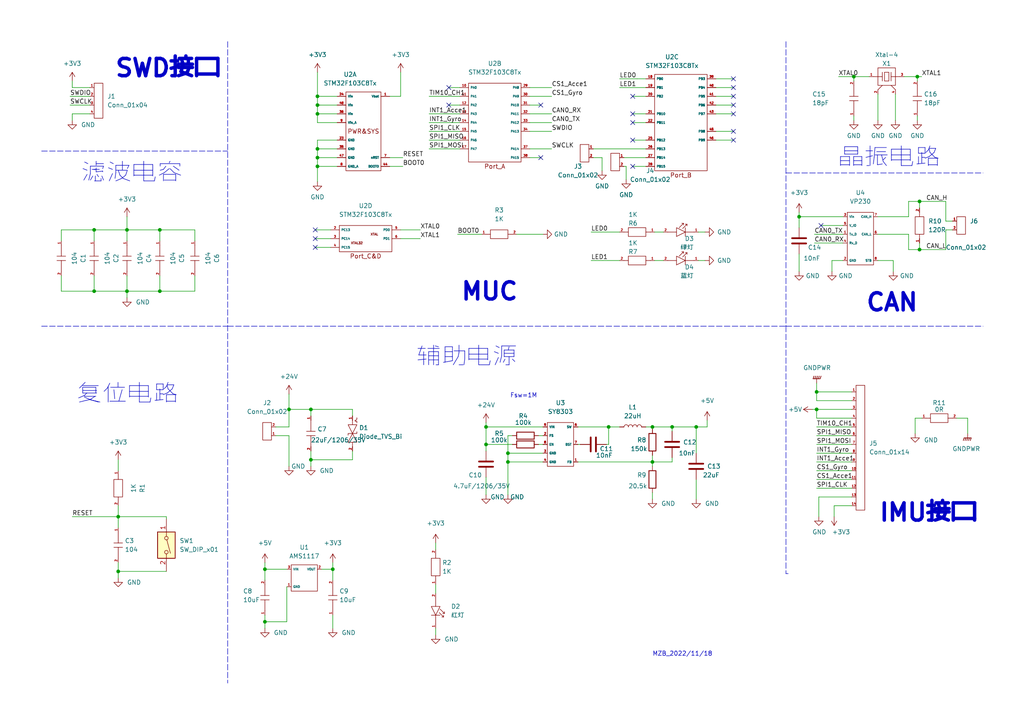
<source format=kicad_sch>
(kicad_sch (version 20211123) (generator eeschema)
  (paper "A4")
  (lib_symbols
    (symbol "Basic_crystal_and_oscillator:Xtal-4"
      (property "Reference" "X" (at 3.81 -3.81 0))
      (property "Value" "Xtal-4" (at 0 3.81 0))
      (symbol "Xtal-4_1_1"
        (pin passive line (at -5.08 0 0) (length 1.27) (name "") (number "1"))
        (pin passive line (at -2.54 -5.08 90) (length 1.27) (name "") (number "2"))
        (pin passive line (at 5.08 0 180) (length 1.27) (name "") (number "3"))
        (pin passive line (at 2.54 -5.08 90) (length 1.27) (name "") (number "4"))
      )
    )
    (symbol "Basic_passive_components:Capacitor" (pin_names (offset 1.016))
      (property "Reference" "C" (at -4.445 -2.54 0))
      (property "Value" "Capacitor" (at 0 2.54 0))
      (symbol "Capacitor_1_1"
        (pin passive line (at -5.08 0 0) (length 1.27) (name "~") (number "1"))
        (pin passive line (at 5.08 0 180) (length 1.27) (name "~") (number "2"))
      )
    )
    (symbol "Basic_passive_components:Resistor" (pin_names (offset 1.016))
      (property "Reference" "R" (at -4.445 -2.54 0))
      (property "Value" "Resistor" (at 0 2.54 0))
      (symbol "Resistor_1_1"
        (pin passive line (at -5.08 0 0) (length 1.27) (name "~") (number "1"))
        (pin passive line (at 5.08 0 180) (length 1.27) (name "~") (number "2"))
      )
    )
    (symbol "Basic_semiconductor:Diode_LED" (pin_names hide)
      (property "Reference" "D" (at -5.08 -2.54 0))
      (property "Value" "Diode_LED" (at 0 3.81 0))
      (symbol "Diode_LED_1_1"
        (pin passive line (at -5.08 0 0) (length 1.27) (name "Cathode") (number "1"))
        (pin passive line (at 5.08 0 180) (length 1.27) (name "Anode") (number "2"))
      )
    )
    (symbol "Basic_semiconductor:Diode_TVS_Bi" (pin_names (offset 1.016) hide)
      (property "Reference" "D" (at -4.445 -2.54 0))
      (property "Value" "Diode_TVS_Bi" (at 0 2.54 0))
      (symbol "Diode_TVS_Bi_1_1"
        (pin passive line (at -5.08 0 0) (length 1.27) (name "Cathode") (number "1"))
        (pin passive line (at 5.08 0 180) (length 1.27) (name "Anode") (number "2"))
      )
    )
    (symbol "Device:C" (pin_numbers hide) (pin_names (offset 0.254))
      (property "Reference" "C" (at 0.635 2.54 0))
      (property "Value" "C" (at 0.635 -2.54 0))
      (symbol "C_1_1"
        (pin passive line (at 0 3.81 270) (length 2.794) (name "~") (number "1"))
        (pin passive line (at 0 -3.81 90) (length 2.794) (name "~") (number "2"))
      )
    )
    (symbol "Device:L" (pin_numbers hide) (pin_names (offset 1.016) hide)
      (property "Reference" "L" (at -1.27 0 90))
      (property "Value" "L" (at 1.905 0 90))
      (symbol "L_1_1"
        (pin passive line (at 0 3.81 270) (length 1.27) (name "1") (number "1"))
        (pin passive line (at 0 -3.81 90) (length 1.27) (name "2") (number "2"))
      )
    )
    (symbol "Device:R" (pin_numbers hide) (pin_names (offset 0))
      (property "Reference" "R" (at 2.032 0 90))
      (property "Value" "R" (at 0 0 90))
      (symbol "R_1_1"
        (pin passive line (at 0 3.81 270) (length 1.27) (name "~") (number "1"))
        (pin passive line (at 0 -3.81 90) (length 1.27) (name "~") (number "2"))
      )
    )
    (symbol "Integrated-circuit_interface:VP230"
      (property "Reference" "U" (at -2.54 -10.16 0))
      (property "Value" "VP230" (at 0 7.62 0))
      (symbol "VP230_1_1"
        (pin input line (at -5.08 0 0) (length 1.27) (name "Tx_D") (number "1"))
        (pin power_in line (at -5.08 -7.62 0) (length 1.27) (name "GND") (number "2"))
        (pin power_in line (at -5.08 5.08 0) (length 1.27) (name "Vin") (number "3"))
        (pin output line (at -5.08 -2.54 0) (length 1.27) (name "Rx_D") (number "4"))
        (pin power_out line (at -5.08 2.54 0) (length 1.27) (name "V_IO") (number "5"))
        (pin bidirectional line (at 5.08 0 180) (length 1.27) (name "CAN_L") (number "6"))
        (pin bidirectional line (at 5.08 5.08 180) (length 1.27) (name "CAN_H") (number "7"))
        (pin input line (at 5.08 -7.62 180) (length 1.27) (name "STB") (number "8"))
      )
    )
    (symbol "Integrated-circuit_micro-controller:STM32F103C8Tx"
      (property "Reference" "U" (at -5.08 -15.24 0))
      (property "Value" "STM32F103C8Tx" (at 0 17.78 0))
      (symbol "STM32F103C8Tx_1_0"
        (text "PWR&SYS" (at 0 0 0) (effects (font (size 1.27 1.27))))
      )
      (symbol "STM32F103C8Tx_1_1"
        (pin power_in line (at 7.62 10.16 180) (length 2.54) (name "Vbat") (number "1"))
        (pin power_in line (at -7.62 -2.54 0) (length 2.54) (name "GND") (number "23"))
        (pin power_in line (at -7.62 10.16 0) (length 2.54) (name "Vin") (number "24"))
        (pin power_in line (at -7.62 -5.08 0) (length 2.54) (name "GND") (number "35"))
        (pin power_in line (at -7.62 5.08 0) (length 2.54) (name "Vin") (number "36"))
        (pin input line (at 7.62 -10.16 180) (length 2.54) (name "BOOT0") (number "44"))
        (pin power_in line (at -7.62 -7.62 0) (length 2.54) (name "GND") (number "47"))
        (pin power_in line (at -7.62 7.62 0) (length 2.54) (name "Vin") (number "48"))
        (pin input line (at 7.62 -7.62 180) (length 2.54) (name "nRST") (number "7"))
        (pin power_in line (at -7.62 -10.16 0) (length 2.54) (name "GND_A") (number "8"))
        (pin power_in line (at -7.62 2.54 0) (length 2.54) (name "Vin_A") (number "9"))
      )
      (symbol "STM32F103C8Tx_2_0"
        (text "Port_A" (at 0 -12.7 0) (effects (font (size 1.27 1.27))))
      )
      (symbol "STM32F103C8Tx_2_1"
        (pin bidirectional line (at -10.16 10.16 0) (length 2.54) (name "PA0") (number "10"))
        (pin bidirectional line (at -10.16 7.62 0) (length 2.54) (name "PA1") (number "11"))
        (pin bidirectional line (at -10.16 5.08 0) (length 2.54) (name "PA2") (number "12"))
        (pin bidirectional line (at -10.16 2.54 0) (length 2.54) (name "PA3") (number "13"))
        (pin bidirectional line (at -10.16 0 0) (length 2.54) (name "PA4") (number "14"))
        (pin bidirectional line (at -10.16 -2.54 0) (length 2.54) (name "PA5") (number "15"))
        (pin bidirectional line (at -10.16 -5.08 0) (length 2.54) (name "PA6") (number "16"))
        (pin bidirectional line (at -10.16 -7.62 0) (length 2.54) (name "PA7") (number "17"))
        (pin bidirectional line (at 10.16 10.16 180) (length 2.54) (name "PA8") (number "29"))
        (pin bidirectional line (at 10.16 7.62 180) (length 2.54) (name "PA9") (number "30"))
        (pin bidirectional line (at 10.16 5.08 180) (length 2.54) (name "PA10") (number "31"))
        (pin bidirectional line (at 10.16 2.54 180) (length 2.54) (name "PA11") (number "32"))
        (pin bidirectional line (at 10.16 0 180) (length 2.54) (name "PA12") (number "33"))
        (pin bidirectional line (at 10.16 -2.54 180) (length 2.54) (name "PA13") (number "34"))
        (pin bidirectional line (at 10.16 -7.62 180) (length 2.54) (name "PA14") (number "37"))
        (pin bidirectional line (at 10.16 -10.16 180) (length 2.54) (name "PA15") (number "38"))
      )
      (symbol "STM32F103C8Tx_3_0"
        (text "Port_B" (at 0 -12.7 0) (effects (font (size 1.27 1.27))))
      )
      (symbol "STM32F103C8Tx_3_1"
        (pin bidirectional line (at -10.16 15.24 0) (length 2.54) (name "PB0") (number "18"))
        (pin bidirectional line (at -10.16 12.7 0) (length 2.54) (name "PB1") (number "19"))
        (pin bidirectional line (at -10.16 10.16 0) (length 2.54) (name "PB2") (number "20"))
        (pin bidirectional line (at -10.16 5.08 0) (length 2.54) (name "PB10") (number "21"))
        (pin bidirectional line (at -10.16 2.54 0) (length 2.54) (name "PB11") (number "22"))
        (pin bidirectional line (at -10.16 -2.54 0) (length 2.54) (name "PB12") (number "25"))
        (pin bidirectional line (at -10.16 -5.08 0) (length 2.54) (name "PB13") (number "26"))
        (pin bidirectional line (at -10.16 -7.62 0) (length 2.54) (name "PB14") (number "27"))
        (pin bidirectional line (at -10.16 -10.16 0) (length 2.54) (name "PB15") (number "28"))
        (pin bidirectional line (at 10.16 15.24 180) (length 2.54) (name "PB3") (number "39"))
        (pin bidirectional line (at 10.16 12.7 180) (length 2.54) (name "PB4") (number "40"))
        (pin bidirectional line (at 10.16 10.16 180) (length 2.54) (name "PB5") (number "41"))
        (pin bidirectional line (at 10.16 7.62 180) (length 2.54) (name "PB6") (number "42"))
        (pin bidirectional line (at 10.16 5.08 180) (length 2.54) (name "PB7") (number "43"))
        (pin bidirectional line (at 10.16 0 180) (length 2.54) (name "PB8") (number "45"))
        (pin bidirectional line (at 10.16 -2.54 180) (length 2.54) (name "PB9") (number "46"))
      )
      (symbol "STM32F103C8Tx_4_0"
        (text "Port_C&D" (at 0 -5.08 0) (effects (font (size 1.27 1.27))))
      )
      (symbol "STM32F103C8Tx_4_1"
        (text "XTAL" (at 2.54 1.27 0) (effects (font (size 0.635 0.635))))
        (text "XTAL32" (at -2.54 -1.27 0) (effects (font (size 0.635 0.635))))
        (pin bidirectional line (at -10.16 2.54 0) (length 2.54) (name "PC13") (number "2"))
        (pin bidirectional line (at -10.16 0 0) (length 2.54) (name "PC14") (number "3"))
        (pin bidirectional line (at -10.16 -2.54 0) (length 2.54) (name "PC15") (number "4"))
        (pin bidirectional line (at 10.16 2.54 180) (length 2.54) (name "PD0") (number "5"))
        (pin bidirectional line (at 10.16 0 180) (length 2.54) (name "PD1") (number "6"))
      )
    )
    (symbol "Link_W2B_connector:Conn_01x02"
      (property "Reference" "J" (at 0 -5.08 0))
      (property "Value" "Conn_01x02" (at 0 2.54 0))
      (symbol "Conn_01x02_0_0"
        (pin passive line (at -2.54 0 0) (length 1.27) (name "") (number "1"))
        (pin passive line (at -2.54 -2.54 0) (length 1.27) (name "") (number "2"))
      )
    )
    (symbol "Link_W2B_connector:Conn_01x04"
      (property "Reference" "J" (at 0 -7.62 0))
      (property "Value" "Conn_01x04" (at 0 5.08 0))
      (symbol "Conn_01x04_0_0"
        (pin passive line (at -2.54 2.54 0) (length 1.27) (name "") (number "1"))
        (pin passive line (at -2.54 0 0) (length 1.27) (name "") (number "2"))
        (pin passive line (at -2.54 -2.54 0) (length 1.27) (name "") (number "3"))
        (pin passive line (at -2.54 -5.08 0) (length 1.27) (name "") (number "4"))
      )
    )
    (symbol "Link_W2B_connector:Conn_01x14"
      (property "Reference" "J" (at 1.27 -20.955 0))
      (property "Value" "Conn_01x14" (at 1.905 19.685 0))
      (symbol "Conn_01x14_0_0"
        (pin passive line (at -1.27 15.24 0) (length 1.27) (name "") (number "1"))
        (pin passive line (at -1.27 -7.62 0) (length 1.27) (name "") (number "10"))
        (pin passive line (at -1.27 -10.16 0) (length 1.27) (name "") (number "11"))
        (pin passive line (at -1.27 -12.7 0) (length 1.27) (name "") (number "12"))
        (pin passive line (at -1.27 -15.24 0) (length 1.27) (name "") (number "13"))
        (pin passive line (at -1.27 -17.78 0) (length 1.27) (name "") (number "14"))
        (pin passive line (at -1.27 12.7 0) (length 1.27) (name "") (number "2"))
        (pin passive line (at -1.27 10.16 0) (length 1.27) (name "") (number "3"))
        (pin passive line (at -1.27 7.62 0) (length 1.27) (name "") (number "4"))
        (pin passive line (at -1.27 5.08 0) (length 1.27) (name "") (number "5"))
        (pin passive line (at -1.27 2.54 0) (length 1.27) (name "") (number "6"))
        (pin passive line (at -1.27 0 0) (length 1.27) (name "") (number "7"))
        (pin passive line (at -1.27 -2.54 0) (length 1.27) (name "") (number "8"))
        (pin passive line (at -1.27 -5.08 0) (length 1.27) (name "") (number "9"))
      )
    )
    (symbol "Power_DC-DC_convertor:SY8303"
      (property "Reference" "U" (at -2.54 -7.62 0))
      (property "Value" "SY8303" (at 0 7.62 0))
      (symbol "SY8303_1_1"
        (pin input line (at 5.08 -5.08 180) (length 1.27) (name "FB") (number "1"))
        (pin input line (at -5.08 2.54 0) (length 1.27) (name "FS") (number "2"))
        (pin power_in line (at -5.08 -2.54 0) (length 1.27) (name "GND") (number "3"))
        (pin power_in line (at -5.08 -5.08 0) (length 1.27) (name "GND") (number "4"))
        (pin power_in line (at -5.08 5.08 0) (length 1.27) (name "VIN") (number "5"))
        (pin power_out line (at 5.08 5.08 180) (length 1.27) (name "SW") (number "6"))
        (pin power_in line (at 5.08 0 180) (length 1.27) (name "BST") (number "7"))
        (pin input line (at -5.08 0 0) (length 1.27) (name "EN") (number "8"))
      )
    )
    (symbol "Power_LDO:AMS1117"
      (property "Reference" "U" (at -2.54 -5.08 0))
      (property "Value" "AMS1117" (at 0 5.08 0))
      (symbol "AMS1117_1_1"
        (pin power_in line (at -5.08 -2.54 0) (length 1.27) (name "GND") (number "1"))
        (pin power_out line (at 5.08 2.54 180) (length 1.27) (name "VOUT") (number "2"))
        (pin power_in line (at -5.08 2.54 0) (length 1.27) (name "VIN") (number "3"))
      )
    )
    (symbol "Switch:SW_DIP_x01" (pin_names (offset 0) hide)
      (property "Reference" "SW" (at 0 3.81 0))
      (property "Value" "SW_DIP_x01" (at 0 -3.81 0))
      (symbol "SW_DIP_x01_1_1"
        (pin passive line (at -7.62 0 0) (length 5.08) (name "~") (number "1"))
        (pin passive line (at 7.62 0 180) (length 5.08) (name "~") (number "2"))
      )
    )
    (symbol "power:+24V" (power) (pin_names (offset 0))
      (property "Value" "+24V" (at 0 3.556 0))
      (symbol "+24V_1_1"
        (pin power_in line (at 0 0 90) (length 0) hide (name "+24V") (number "1"))
      )
    )
    (symbol "power:+3.3V" (power) (pin_names (offset 0))
      (property "Value" "+3.3V" (at 0 3.556 0))
      (symbol "+3.3V_1_1"
        (pin power_in line (at 0 0 90) (length 0) hide (name "+3V3") (number "1"))
      )
    )
    (symbol "power:+5V" (power) (pin_names (offset 0))
      (property "Value" "+5V" (at 0 3.556 0))
      (symbol "+5V_1_1"
        (pin power_in line (at 0 0 90) (length 0) hide (name "+5V") (number "1"))
      )
    )
    (symbol "power:GND" (power) (pin_names (offset 0))
      (property "Value" "GND" (at 0 -3.81 0))
      (symbol "GND_1_1"
        (pin power_in line (at 0 0 270) (length 0) hide (name "GND") (number "1"))
      )
    )
    (symbol "power:GNDPWR" (power) (pin_names (offset 0))
      (property "Value" "GNDPWR" (at 0 -3.302 0))
      (symbol "GNDPWR_1_1"
        (pin power_in line (at 0 0 270) (length 0) hide (name "GNDPWR") (number "1"))
      )
    )
  )
  (junction (at 92.075 43.18))
  (junction (at 266.065 22.225))
  (junction (at 140.97 123.825))
  (junction (at 36.83 66.675))
  (junction (at 189.23 123.825))
  (junction (at 76.835 180.34))
  (junction (at 201.93 123.825))
  (junction (at 92.075 27.94))
  (junction (at 27.305 84.455))
  (junction (at 92.075 48.26))
  (junction (at 247.65 22.225))
  (junction (at 176.53 123.825))
  (junction (at 189.23 133.985))
  (junction (at 140.97 128.905))
  (junction (at 46.355 66.675))
  (junction (at 236.855 118.745))
  (junction (at 92.075 30.48))
  (junction (at 266.7 72.39))
  (junction (at 147.32 133.985))
  (junction (at 76.835 165.1))
  (junction (at 27.305 66.675))
  (junction (at 236.855 113.665))
  (junction (at 34.29 165.735))
  (junction (at 266.7 58.42))
  (junction (at 90.17 118.745))
  (junction (at 34.29 149.86))
  (junction (at 92.075 45.72))
  (junction (at 36.83 84.455))
  (junction (at 90.17 133.35))
  (junction (at 96.52 165.1))
  (junction (at 46.355 84.455))
  (junction (at 194.945 123.825))
  (junction (at 231.775 62.865))
  (junction (at 83.82 118.745))
  (junction (at 147.32 131.445))
  (junction (at 92.075 33.02))
  (no_connect (at 238.125 65.405))
  (no_connect (at 91.44 66.675))
  (no_connect (at 91.44 69.215))
  (no_connect (at 91.44 71.755))
  (no_connect (at 183.515 48.26))
  (no_connect (at 183.515 27.94))
  (no_connect (at 212.725 38.1))
  (no_connect (at 212.725 33.02))
  (no_connect (at 212.725 40.64))
  (no_connect (at 212.725 27.94))
  (no_connect (at 212.725 30.48))
  (no_connect (at 183.515 35.56))
  (no_connect (at 183.515 40.64))
  (no_connect (at 183.515 33.02))
  (no_connect (at 130.175 30.48))
  (no_connect (at 130.175 25.4))
  (no_connect (at 156.845 45.72))
  (no_connect (at 156.845 30.48))
  (no_connect (at 212.725 25.4))
  (no_connect (at 212.725 22.86))
  (wire (pts (xy 194.945 125.095) (xy 194.945 123.825)))
  (wire (pts (xy 254.635 62.865) (xy 263.525 62.865)))
  (wire (pts (xy 207.645 40.64) (xy 212.725 40.64)))
  (wire (pts (xy 236.22 67.945) (xy 244.475 67.945)))
  (wire (pts (xy 176.53 128.905) (xy 176.53 123.825)))
  (wire (pts (xy 132.715 67.945) (xy 139.7 67.945)))
  (wire (pts (xy 259.08 75.565) (xy 259.08 78.74)))
  (wire (pts (xy 92.075 33.02) (xy 92.075 35.56)))
  (wire (pts (xy 236.855 126.365) (xy 247.015 126.365)))
  (wire (pts (xy 189.23 133.985) (xy 189.23 135.255)))
  (wire (pts (xy 231.775 73.66) (xy 231.775 78.74)))
  (polyline (pts (xy 12.065 94.615) (xy 66.04 94.615)))
  (wire (pts (xy 56.515 80.01) (xy 56.515 84.455)))
  (wire (pts (xy 20.955 149.86) (xy 34.29 149.86)))
  (wire (pts (xy 27.305 66.675) (xy 36.83 66.675)))
  (wire (pts (xy 96.52 163.195) (xy 96.52 165.1)))
  (polyline (pts (xy 66.04 12.065) (xy 66.04 198.12)))
  (wire (pts (xy 17.78 66.675) (xy 27.305 66.675)))
  (wire (pts (xy 92.075 45.72) (xy 92.075 48.26)))
  (wire (pts (xy 194.945 133.985) (xy 194.945 132.715)))
  (wire (pts (xy 124.46 43.18) (xy 133.35 43.18)))
  (wire (pts (xy 92.075 48.26) (xy 92.075 52.705)))
  (wire (pts (xy 91.44 71.755) (xy 95.885 71.755)))
  (wire (pts (xy 207.645 25.4) (xy 212.725 25.4)))
  (wire (pts (xy 189.23 123.825) (xy 189.23 124.46)))
  (wire (pts (xy 91.44 66.675) (xy 95.885 66.675)))
  (wire (pts (xy 263.525 58.42) (xy 266.7 58.42)))
  (wire (pts (xy 90.17 130.81) (xy 90.17 133.35)))
  (wire (pts (xy 92.075 30.48) (xy 92.075 33.02)))
  (wire (pts (xy 236.855 131.445) (xy 247.015 131.445)))
  (wire (pts (xy 83.82 114.3) (xy 83.82 118.745)))
  (wire (pts (xy 34.29 163.195) (xy 34.29 165.735)))
  (wire (pts (xy 46.355 66.675) (xy 56.515 66.675)))
  (wire (pts (xy 174.625 45.72) (xy 174.625 49.53)))
  (wire (pts (xy 205.105 121.92) (xy 205.105 123.825)))
  (wire (pts (xy 83.185 170.18) (xy 83.185 180.34)))
  (wire (pts (xy 172.085 45.72) (xy 174.625 45.72)))
  (wire (pts (xy 172.085 43.18) (xy 187.325 43.18)))
  (wire (pts (xy 183.515 48.26) (xy 187.325 48.26)))
  (polyline (pts (xy 196.215 94.615) (xy 197.485 94.615)))
  (wire (pts (xy 102.235 133.35) (xy 90.17 133.35)))
  (wire (pts (xy 130.175 30.48) (xy 133.35 30.48)))
  (wire (pts (xy 202.565 75.565) (xy 204.47 75.565)))
  (wire (pts (xy 153.67 38.1) (xy 160.02 38.1)))
  (wire (pts (xy 26.035 25.4) (xy 20.955 25.4)))
  (wire (pts (xy 236.22 70.485) (xy 244.475 70.485)))
  (wire (pts (xy 91.44 69.215) (xy 95.885 69.215)))
  (wire (pts (xy 34.29 146.685) (xy 34.29 149.86)))
  (wire (pts (xy 236.855 123.825) (xy 247.015 123.825)))
  (wire (pts (xy 90.17 118.745) (xy 102.235 118.745)))
  (polyline (pts (xy 227.965 166.37) (xy 228.6 166.37)))
  (wire (pts (xy 97.79 40.64) (xy 92.075 40.64)))
  (wire (pts (xy 36.83 80.01) (xy 36.83 84.455)))
  (wire (pts (xy 274.32 66.675) (xy 274.32 72.39)))
  (wire (pts (xy 277.495 121.285) (xy 280.67 121.285)))
  (wire (pts (xy 235.585 118.745) (xy 236.855 118.745)))
  (wire (pts (xy 207.645 27.94) (xy 212.725 27.94)))
  (wire (pts (xy 171.45 75.565) (xy 179.705 75.565)))
  (wire (pts (xy 247.65 22.225) (xy 247.65 23.495)))
  (wire (pts (xy 96.52 165.1) (xy 96.52 168.275)))
  (wire (pts (xy 189.865 67.31) (xy 192.405 67.31)))
  (wire (pts (xy 17.78 84.455) (xy 27.305 84.455)))
  (wire (pts (xy 20.955 23.495) (xy 20.955 25.4)))
  (polyline (pts (xy 12.065 43.815) (xy 66.04 43.815)))
  (wire (pts (xy 274.32 58.42) (xy 274.32 64.135)))
  (wire (pts (xy 276.225 66.675) (xy 274.32 66.675)))
  (wire (pts (xy 92.075 20.955) (xy 92.075 27.94)))
  (wire (pts (xy 236.855 111.125) (xy 236.855 113.665)))
  (wire (pts (xy 96.52 178.435) (xy 96.52 182.245)))
  (wire (pts (xy 92.075 33.02) (xy 97.79 33.02)))
  (wire (pts (xy 244.475 62.865) (xy 231.775 62.865)))
  (wire (pts (xy 167.64 133.985) (xy 189.23 133.985)))
  (wire (pts (xy 189.23 133.985) (xy 194.945 133.985)))
  (wire (pts (xy 93.345 165.1) (xy 96.52 165.1)))
  (wire (pts (xy 36.83 84.455) (xy 36.83 86.36)))
  (wire (pts (xy 83.185 165.1) (xy 76.835 165.1)))
  (wire (pts (xy 147.32 133.985) (xy 157.48 133.985)))
  (wire (pts (xy 280.67 121.285) (xy 280.67 125.73)))
  (wire (pts (xy 266.065 33.655) (xy 266.065 34.925)))
  (wire (pts (xy 97.79 43.18) (xy 92.075 43.18)))
  (wire (pts (xy 83.82 123.825) (xy 83.82 118.745)))
  (wire (pts (xy 153.67 27.94) (xy 160.02 27.94)))
  (wire (pts (xy 171.45 67.31) (xy 179.705 67.31)))
  (wire (pts (xy 247.015 116.205) (xy 236.855 116.205)))
  (wire (pts (xy 34.29 165.735) (xy 34.29 167.64)))
  (wire (pts (xy 183.515 33.02) (xy 187.325 33.02)))
  (wire (pts (xy 153.67 45.72) (xy 156.845 45.72)))
  (wire (pts (xy 167.64 123.825) (xy 176.53 123.825)))
  (wire (pts (xy 83.185 180.34) (xy 76.835 180.34)))
  (wire (pts (xy 17.78 80.01) (xy 17.78 84.455)))
  (wire (pts (xy 247.65 33.655) (xy 247.65 34.925)))
  (wire (pts (xy 236.855 141.605) (xy 247.015 141.605)))
  (wire (pts (xy 266.7 58.42) (xy 274.32 58.42)))
  (wire (pts (xy 247.015 113.665) (xy 236.855 113.665)))
  (wire (pts (xy 27.305 84.455) (xy 36.83 84.455)))
  (wire (pts (xy 80.01 126.365) (xy 83.82 126.365)))
  (wire (pts (xy 27.305 80.01) (xy 27.305 84.455)))
  (wire (pts (xy 102.235 130.81) (xy 102.235 133.35)))
  (wire (pts (xy 17.78 69.85) (xy 17.78 66.675)))
  (wire (pts (xy 140.97 123.825) (xy 157.48 123.825)))
  (wire (pts (xy 126.365 182.245) (xy 126.365 184.15)))
  (wire (pts (xy 153.67 35.56) (xy 160.02 35.56)))
  (wire (pts (xy 189.23 132.08) (xy 189.23 133.985)))
  (wire (pts (xy 36.83 66.675) (xy 46.355 66.675)))
  (wire (pts (xy 175.895 128.905) (xy 176.53 128.905)))
  (wire (pts (xy 167.64 128.905) (xy 168.275 128.905)))
  (wire (pts (xy 247.015 146.685) (xy 241.935 146.685)))
  (polyline (pts (xy 227.965 94.615) (xy 227.965 166.37)))
  (wire (pts (xy 176.53 123.825) (xy 179.705 123.825)))
  (wire (pts (xy 97.79 48.26) (xy 92.075 48.26)))
  (wire (pts (xy 274.32 64.135) (xy 276.225 64.135)))
  (wire (pts (xy 183.515 40.64) (xy 187.325 40.64)))
  (wire (pts (xy 254.635 27.305) (xy 254.635 34.925)))
  (polyline (pts (xy 227.965 12.065) (xy 227.965 94.615)))
  (wire (pts (xy 262.255 22.225) (xy 266.065 22.225)))
  (wire (pts (xy 113.03 45.72) (xy 116.84 45.72)))
  (wire (pts (xy 274.32 72.39) (xy 266.7 72.39)))
  (wire (pts (xy 187.325 123.825) (xy 189.23 123.825)))
  (wire (pts (xy 48.26 149.86) (xy 48.26 150.495)))
  (wire (pts (xy 124.46 38.1) (xy 133.35 38.1)))
  (wire (pts (xy 180.975 45.72) (xy 187.325 45.72)))
  (wire (pts (xy 140.97 123.825) (xy 140.97 128.905)))
  (wire (pts (xy 237.49 144.145) (xy 237.49 149.86)))
  (wire (pts (xy 179.705 25.4) (xy 187.325 25.4)))
  (wire (pts (xy 241.3 75.565) (xy 241.3 78.74)))
  (wire (pts (xy 46.355 84.455) (xy 56.515 84.455)))
  (wire (pts (xy 153.67 43.18) (xy 160.02 43.18)))
  (wire (pts (xy 183.515 35.56) (xy 187.325 35.56)))
  (wire (pts (xy 92.075 30.48) (xy 97.79 30.48)))
  (wire (pts (xy 153.67 33.02) (xy 160.02 33.02)))
  (wire (pts (xy 207.645 22.86) (xy 212.725 22.86)))
  (wire (pts (xy 266.7 58.42) (xy 266.7 60.325)))
  (polyline (pts (xy 66.04 94.615) (xy 227.965 94.615)))
  (wire (pts (xy 116.205 27.94) (xy 113.03 27.94)))
  (wire (pts (xy 92.075 27.94) (xy 92.075 30.48)))
  (wire (pts (xy 149.86 67.945) (xy 157.48 67.945)))
  (wire (pts (xy 153.67 30.48) (xy 156.845 30.48)))
  (wire (pts (xy 247.65 22.225) (xy 252.095 22.225)))
  (wire (pts (xy 194.945 123.825) (xy 189.23 123.825)))
  (wire (pts (xy 46.355 66.675) (xy 46.355 69.85)))
  (wire (pts (xy 236.855 121.285) (xy 236.855 118.745)))
  (wire (pts (xy 267.335 121.285) (xy 265.43 121.285)))
  (wire (pts (xy 189.23 142.875) (xy 189.23 144.78)))
  (wire (pts (xy 26.035 33.02) (xy 20.955 33.02)))
  (wire (pts (xy 116.205 69.215) (xy 121.92 69.215)))
  (wire (pts (xy 236.855 118.745) (xy 247.015 118.745)))
  (wire (pts (xy 36.83 62.865) (xy 36.83 66.675)))
  (wire (pts (xy 183.515 27.94) (xy 187.325 27.94)))
  (wire (pts (xy 180.975 48.26) (xy 181.61 48.26)))
  (wire (pts (xy 140.97 128.905) (xy 148.59 128.905)))
  (wire (pts (xy 236.855 116.205) (xy 236.855 113.665)))
  (wire (pts (xy 140.97 138.43) (xy 140.97 143.51)))
  (wire (pts (xy 147.32 126.365) (xy 147.32 131.445)))
  (wire (pts (xy 266.7 72.39) (xy 266.7 70.485)))
  (wire (pts (xy 244.475 75.565) (xy 241.3 75.565)))
  (wire (pts (xy 113.03 48.26) (xy 116.84 48.26)))
  (wire (pts (xy 263.525 62.865) (xy 263.525 58.42)))
  (wire (pts (xy 36.83 66.675) (xy 36.83 69.85)))
  (wire (pts (xy 92.075 43.18) (xy 92.075 45.72)))
  (wire (pts (xy 102.235 118.745) (xy 102.235 120.65)))
  (wire (pts (xy 265.43 121.285) (xy 265.43 125.73)))
  (wire (pts (xy 207.645 33.02) (xy 212.725 33.02)))
  (wire (pts (xy 263.525 72.39) (xy 266.7 72.39)))
  (wire (pts (xy 247.015 144.145) (xy 237.49 144.145)))
  (wire (pts (xy 130.175 25.4) (xy 133.35 25.4)))
  (wire (pts (xy 76.835 165.1) (xy 76.835 168.275)))
  (polyline (pts (xy 227.965 50.165) (xy 285.115 50.165)))
  (wire (pts (xy 147.32 131.445) (xy 147.32 133.985)))
  (wire (pts (xy 116.205 20.955) (xy 116.205 27.94)))
  (wire (pts (xy 147.32 133.985) (xy 147.32 143.51)))
  (wire (pts (xy 36.83 84.455) (xy 46.355 84.455)))
  (wire (pts (xy 181.61 48.26) (xy 181.61 52.07)))
  (wire (pts (xy 83.82 118.745) (xy 90.17 118.745)))
  (wire (pts (xy 97.79 45.72) (xy 92.075 45.72)))
  (wire (pts (xy 140.97 128.905) (xy 140.97 130.81)))
  (wire (pts (xy 34.29 149.86) (xy 48.26 149.86)))
  (wire (pts (xy 34.29 149.86) (xy 34.29 153.035)))
  (wire (pts (xy 179.705 22.86) (xy 187.325 22.86)))
  (wire (pts (xy 126.365 157.48) (xy 126.365 159.385)))
  (wire (pts (xy 46.355 80.01) (xy 46.355 84.455)))
  (wire (pts (xy 147.32 131.445) (xy 157.48 131.445)))
  (wire (pts (xy 153.67 25.4) (xy 160.02 25.4)))
  (wire (pts (xy 20.955 33.02) (xy 20.955 34.925)))
  (wire (pts (xy 189.865 75.565) (xy 192.405 75.565)))
  (wire (pts (xy 266.065 22.225) (xy 267.335 22.225)))
  (wire (pts (xy 201.93 123.825) (xy 201.93 131.445)))
  (wire (pts (xy 92.075 40.64) (xy 92.075 43.18)))
  (wire (pts (xy 76.835 180.34) (xy 76.835 182.245)))
  (wire (pts (xy 140.97 123.825) (xy 140.97 122.555)))
  (wire (pts (xy 263.525 67.945) (xy 263.525 72.39)))
  (wire (pts (xy 90.17 133.35) (xy 90.17 135.255)))
  (wire (pts (xy 20.32 30.48) (xy 26.035 30.48)))
  (wire (pts (xy 97.79 35.56) (xy 92.075 35.56)))
  (polyline (pts (xy 227.965 94.615) (xy 285.115 94.615)))
  (wire (pts (xy 241.935 146.685) (xy 241.935 149.86)))
  (wire (pts (xy 236.855 128.905) (xy 247.015 128.905)))
  (wire (pts (xy 27.305 66.675) (xy 27.305 69.85)))
  (wire (pts (xy 207.645 38.1) (xy 212.725 38.1)))
  (wire (pts (xy 207.645 30.48) (xy 212.725 30.48)))
  (wire (pts (xy 194.945 123.825) (xy 201.93 123.825)))
  (wire (pts (xy 247.015 121.285) (xy 236.855 121.285)))
  (wire (pts (xy 156.21 128.905) (xy 157.48 128.905)))
  (wire (pts (xy 76.835 163.195) (xy 76.835 165.1)))
  (wire (pts (xy 201.93 123.825) (xy 205.105 123.825)))
  (wire (pts (xy 20.32 27.94) (xy 26.035 27.94)))
  (wire (pts (xy 266.065 22.225) (xy 266.065 23.495)))
  (wire (pts (xy 124.46 35.56) (xy 133.35 35.56)))
  (wire (pts (xy 254.635 75.565) (xy 259.08 75.565)))
  (wire (pts (xy 124.46 40.64) (xy 133.35 40.64)))
  (wire (pts (xy 238.125 65.405) (xy 244.475 65.405)))
  (wire (pts (xy 92.075 27.94) (xy 97.79 27.94)))
  (wire (pts (xy 90.17 118.745) (xy 90.17 120.65)))
  (wire (pts (xy 126.365 169.545) (xy 126.365 172.085)))
  (wire (pts (xy 56.515 69.85) (xy 56.515 66.675)))
  (wire (pts (xy 80.01 123.825) (xy 83.82 123.825)))
  (wire (pts (xy 124.46 33.02) (xy 133.35 33.02)))
  (wire (pts (xy 236.855 136.525) (xy 247.015 136.525)))
  (wire (pts (xy 236.855 139.065) (xy 247.015 139.065)))
  (wire (pts (xy 259.715 27.305) (xy 259.715 34.925)))
  (wire (pts (xy 116.205 66.675) (xy 121.92 66.675)))
  (wire (pts (xy 76.835 178.435) (xy 76.835 180.34)))
  (wire (pts (xy 48.26 165.735) (xy 34.29 165.735)))
  (wire (pts (xy 202.565 67.31) (xy 204.47 67.31)))
  (wire (pts (xy 231.775 61.595) (xy 231.775 62.865)))
  (wire (pts (xy 156.21 126.365) (xy 157.48 126.365)))
  (wire (pts (xy 231.775 62.865) (xy 231.775 66.04)))
  (wire (pts (xy 254.635 67.945) (xy 263.525 67.945)))
  (wire (pts (xy 34.29 133.35) (xy 34.29 136.525)))
  (wire (pts (xy 243.205 22.225) (xy 247.65 22.225)))
  (wire (pts (xy 201.93 139.065) (xy 201.93 144.78)))
  (wire (pts (xy 124.46 27.94) (xy 133.35 27.94)))
  (wire (pts (xy 236.855 133.985) (xy 247.015 133.985)))
  (wire (pts (xy 148.59 126.365) (xy 147.32 126.365)))
  (wire (pts (xy 83.82 126.365) (xy 83.82 135.255)))
  (text "晶振电路" (at 243.205 48.895 0) (effects (font (size 5 5)) (justify left bottom)))
  (text "CAN" (at 250.825 90.805 0) (effects (font (size 5 5) bold) (justify left bottom)))
  (text "IMU接口" (at 254.635 151.765 0) (effects (font (size 5 5) (thickness 1) bold) (justify left bottom)))
  (text "辅助电源" (at 120.65 106.68 0) (effects (font (size 5 5)) (justify left bottom)))
  (text "滤波电容" (at 23.495 53.34 0) (effects (font (size 5 5)) (justify left bottom)))
  (text "复位电路" (at 22.225 117.475 0) (effects (font (size 5 5)) (justify left bottom)))
  (text "Fsw=1M\n" (at 147.955 115.57 0) (effects (font (size 1.27 1.27)) (justify left bottom)))
  (text "MZB_2022/11/18" (at 189.23 190.5 0) (effects (font (size 1.27 1.27)) (justify left bottom)))
  (text "MUC" (at 133.35 87.63 0) (effects (font (size 5 5) bold) (justify left bottom)))
  (text "SWD接口" (at 33.02 22.86 0) (effects (font (size 5 5) (thickness 1) bold) (justify left bottom)))
  (label "CAN0_TX" (at 236.22 67.945 0))
  (label "LED1" (at 179.705 25.4 0))
  (label "CAN0_TX" (at 160.02 35.56 0))
  (label "SPI1_MOSI" (at 236.855 128.905 0))
  (label "XTAL0" (at 243.205 22.225 0))
  (label "RESET" (at 116.84 45.72 0))
  (label "INT1_Gyro" (at 236.855 131.445 0))
  (label "SPI1_MISO" (at 124.46 40.64 0))
  (label "SWDIO" (at 20.32 27.94 0))
  (label "BOOT0" (at 132.715 67.945 0))
  (label "CS1_Gyro" (at 160.02 27.94 0))
  (label "SWCLK" (at 20.32 30.48 0))
  (label "INT1_Gyro" (at 124.46 35.56 0))
  (label "SPI1_MOSI" (at 124.46 43.18 0))
  (label "SPI1_CLK" (at 236.855 141.605 0))
  (label "TIM10_CH1" (at 124.46 27.94 0))
  (label "LED0" (at 179.705 22.86 0))
  (label "CAN_L" (at 268.605 72.39 0))
  (label "SWCLK" (at 160.02 43.18 0))
  (label "LED1" (at 171.45 75.565 0))
  (label "INT1_Acce1" (at 236.855 133.985 0))
  (label "LED0" (at 171.45 67.31 0))
  (label "CS1_Acce1" (at 160.02 25.4 0))
  (label "SPI1_CLK" (at 124.46 38.1 0))
  (label "CS1_Gyro" (at 236.855 136.525 0))
  (label "XTAL1" (at 267.335 22.225 0))
  (label "INT1_Acce1" (at 124.46 33.02 0))
  (label "SPI1_MISO" (at 236.855 126.365 0))
  (label "XTAL1" (at 121.92 69.215 0))
  (label "TIM10_CH1" (at 236.855 123.825 0))
  (label "SWDIO" (at 160.02 38.1 0))
  (label "XTAL0" (at 121.92 66.675 0))
  (label "BOOT0" (at 116.84 48.26 0))
  (label "CS1_Acce1" (at 236.855 139.065 0))
  (label "CAN0_RX" (at 236.22 70.485 0))
  (label "CAN_H" (at 268.605 58.42 0))
  (label "RESET" (at 20.955 149.86 0))
  (label "CAN0_RX" (at 160.02 33.02 0))
  (symbol (lib_id "Basic_passive_components:Resistor") (at 266.7 65.405 90) (unit 1)
    (property "Reference" "R10" (at 269.24 64.1349 90) (effects (justify right)))
    (property "Value" "120R" (at 269.24 66.6749 90) (effects (justify right)))
    (property "Footprint" "GENERAL_RCL_SMD:R0603(1608M)" (effects hide))
  )
  (symbol (lib_id "power:+3.3V") (at 92.075 20.955 0) (unit 1)
    (property "Reference" "#PWR010" (effects hide))
    (property "Value" "+3.3V" (at 92.075 15.875 0))
  )
  (symbol (lib_id "power:GND") (at 147.32 143.51 0) (unit 1)
    (property "Reference" "#PWR021" (effects hide))
    (property "Value" "GND" (at 147.955 144.145 0) (effects (justify left)))
  )
  (symbol (lib_id "power:GND") (at 126.365 184.15 0) (unit 1)
    (property "Reference" "#PWR018" (effects hide))
    (property "Value" "GND" (at 128.905 185.4199 0) (effects (justify left)))
  )
  (symbol (lib_id "power:+3.3V") (at 126.365 157.48 0) (unit 1)
    (property "Reference" "#PWR017" (effects hide))
    (property "Value" "+3.3V" (at 126.365 151.765 0))
  )
  (symbol (lib_id "power:GND") (at 265.43 125.73 0) (unit 1)
    (property "Reference" "#PWR041" (effects hide))
    (property "Value" "GND" (at 267.97 127.635 0) (effects (justify left)))
  )
  (symbol (lib_id "power:+3.3V") (at 96.52 163.195 0) (unit 1)
    (property "Reference" "#PWR012" (effects hide))
    (property "Value" "+3.3V" (at 96.52 157.48 0))
  )
  (symbol (lib_id "power:GND") (at 140.97 143.51 0) (unit 1)
    (property "Reference" "#PWR020" (effects hide))
    (property "Value" "GND" (at 142.24 144.145 0) (effects (justify left)))
  )
  (symbol (lib_id "Device:C") (at 140.97 134.62 180) (unit 1)
    (property "Reference" "C10" (at 135.89 137.795 0) (effects (justify right)))
    (property "Value" "4.7uF/1206/35V" (at 131.445 140.97 0) (effects (justify right)))
    (property "Footprint" "GENERAL_RCL_SMD:C1206(3216M)" (effects hide))
  )
  (symbol (lib_id "Integrated-circuit_micro-controller:STM32F103C8Tx") (at 105.41 38.1 0) (unit 1)
    (property "Reference" "U2" (at 101.5619 21.59 0))
    (property "Value" "STM32F103C8Tx" (at 101.5619 24.13 0))
    (property "Footprint" "GENERAL_MIDDLE-SEMI_SMD:QFP-7070_48" (effects hide))
  )
  (symbol (lib_id "power:GND") (at 96.52 182.245 0) (unit 1)
    (property "Reference" "#PWR013" (effects hide))
    (property "Value" "GND" (at 99.06 183.5149 0) (effects (justify left)))
  )
  (symbol (lib_id "power:GND") (at 201.93 144.78 0) (unit 1)
    (property "Reference" "#PWR026" (effects hide))
    (property "Value" "GND" (at 204.47 146.0499 0) (effects (justify left)))
  )
  (symbol (lib_id "Basic_passive_components:Capacitor") (at 27.305 74.93 270) (unit 1)
    (property "Reference" "C2" (at 33.655 74.93 0))
    (property "Value" "104" (at 31.115 74.93 0))
    (property "Footprint" "GENERAL_RCL_SMD:C0603(1608M)" (effects hide))
  )
  (symbol (lib_id "power:GNDPWR") (at 236.855 111.125 180) (unit 1)
    (property "Reference" "#PWR033" (effects hide))
    (property "Value" "GNDPWR" (at 236.982 106.68 0))
  )
  (symbol (lib_id "power:GND") (at 20.955 34.925 0) (unit 1)
    (property "Reference" "#PWR02" (effects hide))
    (property "Value" "GND" (at 23.495 36.1949 0) (effects (justify left)))
  )
  (symbol (lib_id "Basic_passive_components:Capacitor") (at 34.29 158.115 270) (unit 1)
    (property "Reference" "C3" (at 36.195 156.8449 90) (effects (justify left)))
    (property "Value" "104" (at 36.195 159.3849 90) (effects (justify left)))
    (property "Footprint" "GENERAL_RCL_SMD:C0603(1608M)" (effects hide))
  )
  (symbol (lib_id "Link_W2B_connector:Conn_01x02") (at 77.47 126.365 180) (unit 1)
    (property "Reference" "J2" (at 77.47 116.84 0))
    (property "Value" "Conn_01x02" (at 77.47 119.38 0))
    (property "Footprint" "CONNECTOR_AMASS_THT:AMASS_XT30U-M_1x02_P5.0mm_Vertical" (effects hide))
  )
  (symbol (lib_id "power:+3.3V") (at 231.775 61.595 0) (unit 1)
    (property "Reference" "#PWR030" (effects hide))
    (property "Value" "+3.3V" (at 231.775 55.88 0))
  )
  (symbol (lib_id "Basic_passive_components:Capacitor") (at 56.515 74.93 270) (unit 1)
    (property "Reference" "C6" (at 62.865 74.93 0))
    (property "Value" "104" (at 60.325 74.93 0))
    (property "Footprint" "GENERAL_RCL_SMD:C0603(1608M)" (effects hide))
  )
  (symbol (lib_id "power:+24V") (at 83.82 114.3 0) (unit 1)
    (property "Reference" "#PWR014" (effects hide))
    (property "Value" "+24V" (at 83.82 109.22 0))
  )
  (symbol (lib_id "Link_W2B_connector:Conn_01x02") (at 169.545 43.18 0) (mirror y) (unit 1)
    (property "Reference" "J3" (at 167.64 48.26 0))
    (property "Value" "Conn_01x02" (at 167.64 50.8 0))
    (property "Footprint" "CONNECTOR_GH_SMD:GH1.25_V_2" (effects hide))
  )
  (symbol (lib_id "Power_LDO:AMS1117") (at 88.265 167.64 0) (unit 1)
    (property "Reference" "U1" (at 88.265 158.75 0))
    (property "Value" "AMS1117" (at 88.265 161.29 0))
    (property "Footprint" "GENERAL_SMALL-SEMI_SMD:SOT-89" (effects hide))
  )
  (symbol (lib_id "Basic_semiconductor:Diode_TVS_Bi") (at 102.235 125.73 90) (mirror x) (unit 1)
    (property "Reference" "D1" (at 104.14 124.0789 90) (effects (justify right)))
    (property "Value" "Diode_TVS_Bi" (at 104.14 126.6189 90) (effects (justify right)))
    (property "Footprint" "MY:Suppresses_transient_diodes_IMU" (effects hide))
  )
  (symbol (lib_id "Device:R") (at 152.4 126.365 90) (unit 1)
    (property "Reference" "R4" (at 151.765 120.65 90))
    (property "Value" "100k" (at 151.765 122.555 90))
    (property "Footprint" "GENERAL_RCL_SMD:R0603(1608M)" (effects hide))
  )
  (symbol (lib_id "power:+3.3V") (at 36.83 62.865 0) (unit 1)
    (property "Reference" "#PWR05" (effects hide))
    (property "Value" "+3.3V" (at 36.83 57.785 0))
  )
  (symbol (lib_id "power:+3.3V") (at 241.935 149.86 180) (unit 1)
    (property "Reference" "#PWR036" (effects hide))
    (property "Value" "+3.3V" (at 241.3 154.305 0) (effects (justify right)))
  )
  (symbol (lib_id "Device:L") (at 183.515 123.825 90) (unit 1)
    (property "Reference" "L1" (at 183.515 118.11 90))
    (property "Value" "22uH" (at 183.515 120.65 90))
    (property "Footprint" "Inductor_SMD:L_2x2_H1.2" (effects hide))
  )
  (symbol (lib_id "power:GND") (at 237.49 149.86 0) (unit 1)
    (property "Reference" "#PWR034" (effects hide))
    (property "Value" "GND" (at 235.585 154.305 0) (effects (justify left)))
  )
  (symbol (lib_id "power:GND") (at 266.065 34.925 0) (unit 1)
    (property "Reference" "#PWR042" (effects hide))
    (property "Value" "GND" (at 266.065 39.37 0))
  )
  (symbol (lib_id "Basic_passive_components:Capacitor") (at 46.355 74.93 270) (unit 1)
    (property "Reference" "C5" (at 52.705 74.93 0))
    (property "Value" "104" (at 50.165 74.93 0))
    (property "Footprint" "GENERAL_RCL_SMD:C0603(1608M)" (effects hide))
  )
  (symbol (lib_id "power:GND") (at 181.61 52.07 0) (unit 1)
    (property "Reference" "#PWR024" (effects hide))
    (property "Value" "GND" (at 181.61 56.515 0))
  )
  (symbol (lib_id "Link_W2B_connector:Conn_01x04") (at 28.575 27.94 0) (unit 1)
    (property "Reference" "J1" (at 31.115 27.9399 0) (effects (justify left)))
    (property "Value" "Conn_01x04" (at 31.115 30.4799 0) (effects (justify left)))
    (property "Footprint" "CONNECTOR_GH_SMD:GH1.25_V_4" (effects hide))
  )
  (symbol (lib_id "Device:R") (at 152.4 128.905 90) (unit 1)
    (property "Reference" "R5" (at 144.78 125.73 90))
    (property "Value" "100k" (at 144.78 127.635 90))
    (property "Footprint" "GENERAL_RCL_SMD:R0603(1608M)" (effects hide))
  )
  (symbol (lib_id "Switch:SW_DIP_x01") (at 48.26 158.115 270) (unit 1)
    (property "Reference" "SW1" (at 52.07 156.8449 90) (effects (justify left)))
    (property "Value" "SW_DIP_x01" (at 52.07 159.3849 90) (effects (justify left)))
    (property "Footprint" "Button_Switch_SMD:SW_DIP_SPSTx01_Slide_6.7x4.1mm_W8.61mm_P2.54mm_LowProfile" (effects hide))
  )
  (symbol (lib_id "Device:R") (at 189.23 139.065 180) (unit 1)
    (property "Reference" "R9" (at 184.785 137.795 0) (effects (justify right)))
    (property "Value" "20.5k" (at 182.245 140.97 0) (effects (justify right)))
    (property "Footprint" "GENERAL_RCL_SMD:R0603(1608M)" (effects hide))
  )
  (symbol (lib_id "Basic_passive_components:Capacitor") (at 96.52 173.355 90) (unit 1)
    (property "Reference" "C9" (at 98.425 171.45 90) (effects (justify right)))
    (property "Value" "10uF" (at 98.425 173.99 90) (effects (justify right)))
    (property "Footprint" "GENERAL_RCL_SMD:C0603(1608M)" (effects hide))
  )
  (symbol (lib_id "Basic_passive_components:Capacitor") (at 36.83 74.93 270) (unit 1)
    (property "Reference" "C4" (at 43.18 74.93 0))
    (property "Value" "104" (at 40.64 74.93 0))
    (property "Footprint" "GENERAL_RCL_SMD:C0603(1608M)" (effects hide))
  )
  (symbol (lib_id "power:GND") (at 83.82 135.255 0) (unit 1)
    (property "Reference" "#PWR015" (effects hide))
    (property "Value" "GND" (at 84.455 135.255 0) (effects (justify left)))
  )
  (symbol (lib_id "power:GND") (at 241.3 78.74 0) (unit 1)
    (property "Reference" "#PWR035" (effects hide))
    (property "Value" "GND" (at 243.205 80.0099 0) (effects (justify left)))
  )
  (symbol (lib_id "Basic_passive_components:Capacitor") (at 76.835 173.355 90) (unit 1)
    (property "Reference" "C8" (at 70.485 171.45 90) (effects (justify right)))
    (property "Value" "10uF" (at 70.485 173.99 90) (effects (justify right)))
    (property "Footprint" "GENERAL_RCL_SMD:C0603(1608M)" (effects hide))
  )
  (symbol (lib_id "Device:C") (at 194.945 128.905 180) (unit 1)
    (property "Reference" "C12" (at 198.12 128.27 0) (effects (justify right)))
    (property "Value" "10nF" (at 196.85 131.445 0) (effects (justify right)))
    (property "Footprint" "GENERAL_RCL_SMD:C0603(1608M)" (effects hide))
  )
  (symbol (lib_id "power:GND") (at 247.65 34.925 0) (unit 1)
    (property "Reference" "#PWR037" (effects hide))
    (property "Value" "GND" (at 247.65 39.37 0))
  )
  (symbol (lib_id "power:+5V") (at 205.105 121.92 0) (unit 1)
    (property "Reference" "#PWR029" (effects hide))
    (property "Value" "+5V" (at 205.105 116.205 0))
  )
  (symbol (lib_id "power:GND") (at 204.47 67.31 90) (unit 1)
    (property "Reference" "#PWR027" (effects hide))
    (property "Value" "GND" (at 212.09 67.31 90) (effects (justify left)))
  )
  (symbol (lib_id "power:+3.3V") (at 116.205 20.955 0) (unit 1)
    (property "Reference" "#PWR016" (effects hide))
    (property "Value" "+3.3V" (at 116.205 15.875 0))
  )
  (symbol (lib_id "Basic_passive_components:Resistor") (at 126.365 164.465 90) (unit 1)
    (property "Reference" "R2" (at 128.27 163.1949 90) (effects (justify right)))
    (property "Value" "1K" (at 128.27 165.7349 90) (effects (justify right)))
    (property "Footprint" "GENERAL_RCL_SMD:R0603(1608M)" (effects hide))
  )
  (symbol (lib_id "power:GND") (at 34.29 167.64 0) (unit 1)
    (property "Reference" "#PWR04" (effects hide))
    (property "Value" "GND" (at 36.83 168.9099 0) (effects (justify left)))
  )
  (symbol (lib_id "power:+5V") (at 235.585 118.745 90) (unit 1)
    (property "Reference" "#PWR032" (effects hide))
    (property "Value" "+5V" (at 228.6 118.745 90) (effects (justify right)))
  )
  (symbol (lib_id "Basic_passive_components:Capacitor") (at 90.17 125.73 270) (unit 1)
    (property "Reference" "C7" (at 92.075 124.4599 90) (effects (justify left)))
    (property "Value" "22uF/1206/35V" (at 90.17 127.635 90) (effects (justify left)))
    (property "Footprint" "GENERAL_RCL_SMD:C1206(3216M)" (effects hide))
  )
  (symbol (lib_id "power:GND") (at 157.48 67.945 90) (unit 1)
    (property "Reference" "#PWR022" (effects hide))
    (property "Value" "GND" (at 160.655 67.9449 90) (effects (justify right)))
  )
  (symbol (lib_id "power:+5V") (at 76.835 163.195 0) (unit 1)
    (property "Reference" "#PWR08" (effects hide))
    (property "Value" "+5V" (at 76.835 157.48 0))
  )
  (symbol (lib_id "power:+3.3V") (at 20.955 23.495 0) (unit 1)
    (property "Reference" "#PWR01" (effects hide))
    (property "Value" "+3.3V" (at 20.955 18.415 0))
  )
  (symbol (lib_id "power:GND") (at 231.775 78.74 0) (unit 1)
    (property "Reference" "#PWR031" (effects hide))
    (property "Value" "GND" (at 233.68 80.0099 0) (effects (justify left)))
  )
  (symbol (lib_id "Link_W2B_connector:Conn_01x02") (at 278.765 64.135 0) (unit 1)
    (property "Reference" "J6" (at 281.305 64.1349 0) (effects (justify left)))
    (property "Value" "Conn_01x02" (at 274.32 71.755 0) (effects (justify left)))
    (property "Footprint" "CONNECTOR_GH_SMD:GH1.25_V_2" (effects hide))
  )
  (symbol (lib_id "power:+24V") (at 140.97 122.555 0) (unit 1)
    (property "Reference" "#PWR019" (effects hide))
    (property "Value" "+24V" (at 140.97 117.475 0))
  )
  (symbol (lib_id "power:GND") (at 36.83 86.36 0) (unit 1)
    (property "Reference" "#PWR06" (effects hide))
    (property "Value" "GND" (at 39.37 87.6299 0) (effects (justify left)))
  )
  (symbol (lib_id "Basic_crystal_and_oscillator:Xtal-4") (at 257.175 22.225 0) (unit 1)
    (property "Reference" "X1" (at 257.175 18.415 0))
    (property "Value" "Xtal-4" (at 257.175 15.875 0))
    (property "Footprint" "GENERAL_XTAL_OSC_SMD:SMD-3225_4" (effects hide))
  )
  (symbol (lib_id "power:GND") (at 90.17 135.255 0) (unit 1)
    (property "Reference" "#PWR07" (effects hide))
    (property "Value" "GND" (at 92.71 136.5249 0) (effects (justify left)))
  )
  (symbol (lib_id "Integrated-circuit_interface:VP230") (at 249.555 67.945 0) (unit 1)
    (property "Reference" "U4" (at 249.555 55.88 0))
    (property "Value" "VP230" (at 249.555 58.42 0))
    (property "Footprint" "GENERAL_MIDDLE-SEMI_SMD:SOP-3949_8" (effects hide))
  )
  (symbol (lib_id "Power_DC-DC_convertor:SY8303") (at 162.56 128.905 0) (unit 1)
    (property "Reference" "U3" (at 162.56 116.84 0))
    (property "Value" "SY8303" (at 162.56 119.38 0))
    (property "Footprint" "GENERAL_SMALL-SEMI_SMD:SOT-23-8" (effects hide))
  )
  (symbol (lib_id "Basic_passive_components:Resistor") (at 184.785 75.565 180) (unit 1)
    (property "Reference" "R7" (at 182.245 73.025 0) (effects (justify right)))
    (property "Value" "1K" (at 182.245 70.485 0) (effects (justify right)))
    (property "Footprint" "GENERAL_RCL_SMD:R0603(1608M)" (effects hide))
  )
  (symbol (lib_id "power:GND") (at 259.715 34.925 0) (unit 1)
    (property "Reference" "#PWR040" (effects hide))
    (property "Value" "GND" (at 259.715 39.37 0))
  )
  (symbol (lib_id "Basic_semiconductor:Diode_LED") (at 197.485 67.31 180) (unit 1)
    (property "Reference" "D3" (at 201.295 69.215 0) (effects (justify left)))
    (property "Value" "绿灯" (at 201.295 71.755 0) (effects (justify left)))
    (property "Footprint" "GENERAL_2-PIN_PLASTIC_SMD:LED0603(1608M)" (effects hide))
  )
  (symbol (lib_id "power:GND") (at 189.23 144.78 0) (unit 1)
    (property "Reference" "#PWR025" (effects hide))
    (property "Value" "GND" (at 191.77 146.0499 0) (effects (justify left)))
  )
  (symbol (lib_id "Integrated-circuit_micro-controller:STM32F103C8Tx") (at 143.51 35.56 0) (unit 2)
    (property "Reference" "U2" (at 143.51 18.415 0))
    (property "Value" "STM32F103C8Tx" (at 143.51 20.955 0))
    (property "Footprint" "GENERAL_MIDDLE-SEMI_SMD:QFP-7070_48" (effects hide))
  )
  (symbol (lib_id "Device:C") (at 201.93 135.255 180) (unit 1)
    (property "Reference" "C13" (at 205.105 135.255 0) (effects (justify right)))
    (property "Value" "22uF" (at 203.835 137.795 0) (effects (justify right)))
    (property "Footprint" "GENERAL_RCL_SMD:C0603(1608M)" (effects hide))
  )
  (symbol (lib_id "Basic_passive_components:Resistor") (at 184.785 67.31 180) (unit 1)
    (property "Reference" "R6" (at 182.245 64.77 0) (effects (justify right)))
    (property "Value" "1K" (at 182.245 62.23 0) (effects (justify right)))
    (property "Footprint" "GENERAL_RCL_SMD:R0603(1608M)" (effects hide))
  )
  (symbol (lib_id "Device:C") (at 172.085 128.905 90) (unit 1)
    (property "Reference" "C11" (at 175.895 130.175 90))
    (property "Value" "10nF" (at 175.26 132.08 90))
    (property "Footprint" "GENERAL_RCL_SMD:C0603(1608M)" (effects hide))
  )
  (symbol (lib_id "Device:R") (at 189.23 128.27 0) (unit 1)
    (property "Reference" "R8" (at 184.785 127.635 0) (effects (justify left)))
    (property "Value" "150k" (at 182.88 130.175 0) (effects (justify left)))
    (property "Footprint" "GENERAL_RCL_SMD:R0603(1608M)" (effects hide))
  )
  (symbol (lib_id "Link_W2B_connector:Conn_01x02") (at 178.435 45.72 0) (mirror y) (unit 1)
    (property "Reference" "J4" (at 188.595 49.53 0))
    (property "Value" "Conn_01x02" (at 188.595 52.07 0))
    (property "Footprint" "CONNECTOR_GH_SMD:GH1.25_V_2" (effects hide))
  )
  (symbol (lib_id "Basic_passive_components:Capacitor") (at 17.78 74.93 270) (unit 1)
    (property "Reference" "C1" (at 24.13 74.93 0))
    (property "Value" "104" (at 21.59 74.93 0))
    (property "Footprint" "GENERAL_RCL_SMD:C0603(1608M)" (effects hide))
  )
  (symbol (lib_id "power:+3.3V") (at 34.29 133.35 0) (unit 1)
    (property "Reference" "#PWR03" (effects hide))
    (property "Value" "+3.3V" (at 34.29 128.27 0))
  )
  (symbol (lib_id "power:GND") (at 76.835 182.245 0) (unit 1)
    (property "Reference" "#PWR09" (effects hide))
    (property "Value" "GND" (at 79.375 183.5149 0) (effects (justify left)))
  )
  (symbol (lib_id "Basic_passive_components:Resistor") (at 144.78 67.945 0) (unit 1)
    (property "Reference" "R3" (at 144.78 60.96 0))
    (property "Value" "1K" (at 144.78 63.5 0))
    (property "Footprint" "GENERAL_RCL_SMD:R0603(1608M)" (effects hide))
  )
  (symbol (lib_id "Integrated-circuit_micro-controller:STM32F103C8Tx") (at 197.485 38.1 0) (unit 3)
    (property "Reference" "U2" (at 194.9069 16.51 0))
    (property "Value" "STM32F103C8Tx" (at 194.9069 19.05 0))
    (property "Footprint" "GENERAL_MIDDLE-SEMI_SMD:QFP-7070_48" (effects hide))
  )
  (symbol (lib_id "power:GND") (at 259.08 78.74 0) (unit 1)
    (property "Reference" "#PWR039" (effects hide))
    (property "Value" "GND" (at 260.985 80.0099 0) (effects (justify left)))
  )
  (symbol (lib_id "Device:C") (at 231.775 69.85 180) (unit 1)
    (property "Reference" "C14" (at 234.315 71.755 0) (effects (justify right)))
    (property "Value" "10nF" (at 233.045 74.93 0) (effects (justify right)))
    (property "Footprint" "GENERAL_RCL_SMD:C0603(1608M)" (effects hide))
  )
  (symbol (lib_id "power:GND") (at 92.075 52.705 0) (unit 1)
    (property "Reference" "#PWR011" (effects hide))
    (property "Value" "GND" (at 92.075 57.15 0))
  )
  (symbol (lib_id "power:GNDPWR") (at 280.67 125.73 0) (unit 1)
    (property "Reference" "#PWR043" (effects hide))
    (property "Value" "GNDPWR" (at 276.225 130.175 0) (effects (justify left)))
  )
  (symbol (lib_id "Basic_passive_components:Resistor") (at 272.415 121.285 0) (unit 1)
    (property "Reference" "R11" (at 272.415 116.84 0))
    (property "Value" "0R" (at 272.415 118.745 0))
    (property "Footprint" "GENERAL_RCL_SMD:R0603(1608M)" (effects hide))
  )
  (symbol (lib_id "Basic_passive_components:Capacitor") (at 247.65 28.575 90) (unit 1)
    (property "Reference" "C15" (at 235.585 27.305 90) (effects (justify right)))
    (property "Value" "18pF" (at 235.585 29.845 90) (effects (justify right)))
    (property "Footprint" "GENERAL_RCL_SMD:C0603(1608M)" (effects hide))
  )
  (symbol (lib_id "power:GND") (at 204.47 75.565 90) (unit 1)
    (property "Reference" "#PWR028" (effects hide))
    (property "Value" "GND" (at 212.09 75.565 90) (effects (justify left)))
  )
  (symbol (lib_id "Link_W2B_connector:Conn_01x14") (at 248.285 128.905 0) (unit 1)
    (property "Reference" "J5" (at 252.095 128.5874 0) (effects (justify left)))
    (property "Value" "Conn_01x14" (at 252.095 131.1274 0) (effects (justify left)))
    (property "Footprint" "Connector_FFC-FPC:Hirose_FH12-14S-0.5SH_1x14-1MP_P0.50mm_Horizontal" (effects hide))
  )
  (symbol (lib_id "Basic_passive_components:Capacitor") (at 266.065 28.575 90) (unit 1)
    (property "Reference" "C16" (at 267.97 27.3049 90) (effects (justify right)))
    (property "Value" "18pF" (at 267.97 29.8449 90) (effects (justify right)))
    (property "Footprint" "GENERAL_RCL_SMD:C0603(1608M)" (effects hide))
  )
  (symbol (lib_id "Basic_semiconductor:Diode_LED") (at 126.365 177.165 90) (unit 1)
    (property "Reference" "D2" (at 130.81 175.8949 90) (effects (justify right)))
    (property "Value" "红灯" (at 130.81 178.4349 90) (effects (justify right)))
    (property "Footprint" "GENERAL_2-PIN_PLASTIC_SMD:LED0603(1608M)" (effects hide))
  )
  (symbol (lib_id "Basic_passive_components:Resistor") (at 34.29 141.605 270) (unit 1)
    (property "Reference" "R1" (at 41.275 141.605 0))
    (property "Value" "1K" (at 38.735 141.605 0))
    (property "Footprint" "GENERAL_RCL_SMD:R0603(1608M)" (effects hide))
  )
  (symbol (lib_id "power:GND") (at 174.625 49.53 0) (unit 1)
    (property "Reference" "#PWR023" (effects hide))
    (property "Value" "GND" (at 174.625 53.975 0))
  )
  (symbol (lib_id "Integrated-circuit_micro-controller:STM32F103C8Tx") (at 106.045 69.215 0) (unit 4)
    (property "Reference" "U2" (at 106.045 59.69 0))
    (property "Value" "STM32F103C8Tx" (at 106.045 62.23 0))
    (property "Footprint" "GENERAL_MIDDLE-SEMI_SMD:QFP-7070_48" (effects hide))
  )
  (symbol (lib_id "power:GND") (at 254.635 34.925 0) (unit 1)
    (property "Reference" "#PWR038" (effects hide))
    (property "Value" "GND" (at 254.635 39.37 0))
  )
  (symbol (lib_id "Basic_semiconductor:Diode_LED") (at 197.485 75.565 180) (unit 1)
    (property "Reference" "D4" (at 201.295 77.47 0) (effects (justify left)))
    (property "Value" "蓝灯" (at 201.295 80.01 0) (effects (justify left)))
    (property "Footprint" "GENERAL_2-PIN_PLASTIC_SMD:LED0603(1608M)" (effects hide))
  )
)
</source>
